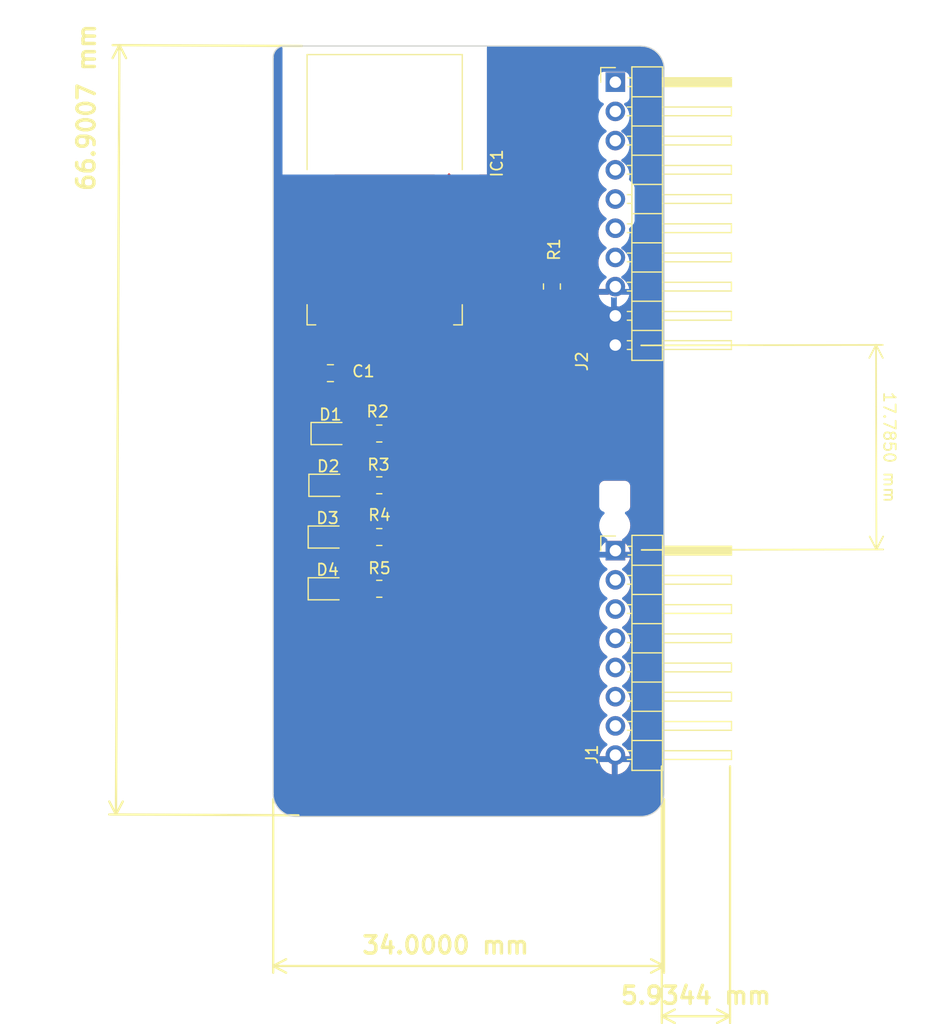
<source format=kicad_pcb>
(kicad_pcb (version 20221018) (generator pcbnew)
  (layers (0 "F.Cu" signal) (31 "B.Cu" signal) (34 "B.Paste" user) (35 "F.Paste" user) (36 "B.SilkS" user "B.Silkscreen") (37 "F.SilkS" user "F.Silkscreen") (38 "B.Mask" user) (39 "F.Mask" user) (44 "Edge.Cuts" user))
  (net 0 "")
  (net 2 "Net-(D1-A)")
  (net 3 "/RSTN")
  (net 5 "+3.3V")
  (net 6 "GND")
  (net 10 "Net-(D2-A)")
  (net 11 "Net-(D3-A)")
  (net 12 "Net-(D4-A)")
  (net 13 "/WKP")
  (net 14 "/CS")
  (net 15 "/MOSI")
  (net 16 "/MISO")
  (net 17 "/CLK")
  (net 18 "/IRQ")
  (net 19 "+5V")
  (net 20 "/LED1")
  (net 21 "/LED2")
  (net 22 "/LED3")
  (net 23 "/LED4")
  (footprint "Resistor_SMD:R_0805_2012Metric" (layer "F.Cu") (at 133.2305 105.7005 180)
    (fp_text reference "R4" (at -0.0155 1.9055) (layer "F.SilkS"))
    (fp_text value "1K")
    (fp_line (start -0.227064 -0.735) (end 0.227064 -0.735) (stroke (width 0.12)) (layer "F.SilkS"))
    (fp_line (start -0.227064 0.735) (end 0.227064 0.735) (stroke (width 0.12)) (layer "F.SilkS"))
    (pad "1" smd roundrect (at -0.9125 0 180) (size 1.025 1.4) (layers "F.Cu" "F.Paste" "F.Mask") (roundrect_rratio 0.243902) (net 22 "/LED3"))
    (pad "2" smd roundrect (at 0.9125 0 180) (size 1.025 1.4) (layers "F.Cu" "F.Paste" "F.Mask") (roundrect_rratio 0.243902) (net 11 "Net-(D3-A)"))
  )
  (footprint "LED_SMD:LED_0805_2012Metric" (layer "F.Cu") (at 128.9805 96.7005)
    (fp_text reference "D1" (at 0 -1.65) (layer "F.SilkS"))
    (fp_text value "LED")
    (fp_line (start -1.685 -0.96) (end -1.685 0.96) (stroke (width 0.12)) (layer "F.SilkS"))
    (fp_line (start -1.685 0.96) (end 1 0.96) (stroke (width 0.12)) (layer "F.SilkS"))
    (fp_line (start 1 -0.96) (end -1.685 -0.96) (stroke (width 0.12)) (layer "F.SilkS"))
    (pad "1" smd roundrect (at -0.9375 0) (size 0.975 1.4) (layers "F.Cu" "F.Paste" "F.Mask") (net 6 "GND"))
    (pad "2" smd roundrect (at 0.9375 0) (size 0.975 1.4) (layers "F.Cu" "F.Paste" "F.Mask") (net 2 "Net-(D1-A)"))
  )
  (footprint "Capacitor_SMD:C_0805_2012Metric" (layer "F.Cu") (at 128.9805 91.4505 180)
    (fp_text reference "C1" (at -2.87 0.16) (layer "F.SilkS"))
    (fp_text value "100uF")
    (fp_line (start -0.261252 -0.735) (end 0.261252 -0.735) (stroke (width 0.12)) (layer "F.SilkS"))
    (fp_line (start -0.261252 0.735) (end 0.261252 0.735) (stroke (width 0.12)) (layer "F.SilkS"))
    (pad "1" smd roundrect (at -0.95 0 180) (size 1 1.45) (layers "F.Cu" "F.Paste" "F.Mask") (net 5 "+3.3V"))
    (pad "2" smd roundrect (at 0.95 0 180) (size 1 1.45) (layers "F.Cu" "F.Paste" "F.Mask") (net 6 "GND"))
  )
  (footprint "LED_SMD:LED_0805_2012Metric" (layer "F.Cu") (at 128.793 101.2005)
    (fp_text reference "D2" (at 0 -1.65) (layer "F.SilkS"))
    (fp_text value "LED")
    (fp_line (start -1.685 -0.96) (end -1.685 0.96) (stroke (width 0.12)) (layer "F.SilkS"))
    (fp_line (start -1.685 0.96) (end 1 0.96) (stroke (width 0.12)) (layer "F.SilkS"))
    (fp_line (start 1 -0.96) (end -1.685 -0.96) (stroke (width 0.12)) (layer "F.SilkS"))
    (pad "1" smd roundrect (at -0.9375 0) (size 0.975 1.4) (layers "F.Cu" "F.Paste" "F.Mask") (net 6 "GND"))
    (pad "2" smd roundrect (at 0.9375 0) (size 0.975 1.4) (layers "F.Cu" "F.Paste" "F.Mask") (net 10 "Net-(D2-A)"))
  )
  (footprint "LED_SMD:LED_0805_2012Metric" (layer "F.Cu") (at 128.7305 110.2005)
    (fp_text reference "D4" (at 0 -1.65) (layer "F.SilkS"))
    (fp_text value "LED")
    (fp_line (start -1.685 -0.96) (end -1.685 0.96) (stroke (width 0.12)) (layer "F.SilkS"))
    (fp_line (start -1.685 0.96) (end 1 0.96) (stroke (width 0.12)) (layer "F.SilkS"))
    (fp_line (start 1 -0.96) (end -1.685 -0.96) (stroke (width 0.12)) (layer "F.SilkS"))
    (pad "1" smd roundrect (at -0.9375 0) (size 0.975 1.4) (layers "F.Cu" "F.Paste" "F.Mask") (net 6 "GND"))
    (pad "2" smd roundrect (at 0.9375 0) (size 0.975 1.4) (layers "F.Cu" "F.Paste" "F.Mask") (net 12 "Net-(D4-A)"))
  )
  (footprint "Resistor_SMD:R_0805_2012Metric" (layer "F.Cu") (at 133.2305 110.2005 180)
    (fp_text reference "R5" (at -0.0155 1.7855) (layer "F.SilkS"))
    (fp_text value "1K")
    (fp_line (start -0.227064 -0.735) (end 0.227064 -0.735) (stroke (width 0.12)) (layer "F.SilkS"))
    (fp_line (start -0.227064 0.735) (end 0.227064 0.735) (stroke (width 0.12)) (layer "F.SilkS"))
    (pad "1" smd roundrect (at -0.9125 0 180) (size 1.025 1.4) (layers "F.Cu" "F.Paste" "F.Mask") (roundrect_rratio 0.243902) (net 23 "/LED4"))
    (pad "2" smd roundrect (at 0.9125 0 180) (size 1.025 1.4) (layers "F.Cu" "F.Paste" "F.Mask") (roundrect_rratio 0.243902) (net 12 "Net-(D4-A)"))
  )
  (footprint "Resistor_SMD:R_0805_2012Metric" (layer "F.Cu") (at 133.2305 96.7005 180)
    (fp_text reference "R2" (at 0.1405 1.9115) (layer "F.SilkS"))
    (fp_text value "1K")
    (fp_line (start -0.227064 -0.735) (end 0.227064 -0.735) (stroke (width 0.12)) (layer "F.SilkS"))
    (fp_line (start -0.227064 0.735) (end 0.227064 0.735) (stroke (width 0.12)) (layer "F.SilkS"))
    (pad "1" smd roundrect (at -0.9125 0 180) (size 1.025 1.4) (layers "F.Cu" "F.Paste" "F.Mask") (roundrect_rratio 0.243902) (net 20 "/LED1"))
    (pad "2" smd roundrect (at 0.9125 0 180) (size 1.025 1.4) (layers "F.Cu" "F.Paste" "F.Mask") (roundrect_rratio 0.243902) (net 2 "Net-(D1-A)"))
  )
  (footprint "Resistor_SMD:R_0805_2012Metric" (layer "F.Cu") (at 148.25 83.9125 -90)
    (fp_text reference "R1" (at -3.2125 -0.19 90) (layer "F.SilkS"))
    (fp_text value "1K")
    (fp_line (start -0.227064 -0.735) (end 0.227064 -0.735) (stroke (width 0.12)) (layer "F.SilkS"))
    (fp_line (start -0.227064 0.735) (end 0.227064 0.735) (stroke (width 0.12)) (layer "F.SilkS"))
    (pad "1" smd roundrect (at -0.9125 0 270) (size 1.025 1.4) (layers "F.Cu" "F.Paste" "F.Mask") (roundrect_rratio 0.243902) (net 18 "/IRQ"))
    (pad "2" smd roundrect (at 0.9125 0 270) (size 1.025 1.4) (layers "F.Cu" "F.Paste" "F.Mask") (roundrect_rratio 0.243902) (net 6 "GND"))
  )
  (footprint "Connector_PinHeader_2.54mm:PinHeader_1x10_P2.54mm_Horizontal" (layer "F.Cu") (at 153.7654 66.1466)
    (fp_text reference "J2" (at -2.906 24.276 90) (layer "F.SilkS"))
    (fp_text value "Conn_01x10_Socket")
    (fp_line (start -1.27 -1.27) (end 0 -1.27) (stroke (width 0.12)) (layer "F.SilkS"))
    (fp_line (start -1.27 0) (end -1.27 -1.27) (stroke (width 0.12)) (layer "F.SilkS"))
    (fp_line (start 1.042929 2.16) (end 1.44 2.16) (stroke (width 0.12)) (layer "F.SilkS"))
    (fp_line (start 1.042929 2.92) (end 1.44 2.92) (stroke (width 0.12)) (layer "F.SilkS"))
    (fp_line (start 1.042929 4.7) (end 1.44 4.7) (stroke (width 0.12)) (layer "F.SilkS"))
    (fp_line (start 1.042929 5.46) (end 1.44 5.46) (stroke (width 0.12)) (layer "F.SilkS"))
    (fp_line (start 1.042929 7.24) (end 1.44 7.24) (stroke (width 0.12)) (layer "F.SilkS"))
    (fp_line (start 1.042929 8) (end 1.44 8) (stroke (width 0.12)) (layer "F.SilkS"))
    (fp_line (start 1.042929 9.78) (end 1.44 9.78) (stroke (width 0.12)) (layer "F.SilkS"))
    (fp_line (start 1.042929 10.54) (end 1.44 10.54) (stroke (width 0.12)) (layer "F.SilkS"))
    (fp_line (start 1.042929 12.32) (end 1.44 12.32) (stroke (width 0.12)) (layer "F.SilkS"))
    (fp_line (start 1.042929 13.08) (end 1.44 13.08) (stroke (width 0.12)) (layer "F.SilkS"))
    (fp_line (start 1.042929 14.86) (end 1.44 14.86) (stroke (width 0.12)) (layer "F.SilkS"))
    (fp_line (start 1.042929 15.62) (end 1.44 15.62) (stroke (width 0.12)) (layer "F.SilkS"))
    (fp_line (start 1.042929 17.4) (end 1.44 17.4) (stroke (width 0.12)) (layer "F.SilkS"))
    (fp_line (start 1.042929 18.16) (end 1.44 18.16) (stroke (width 0.12)) (layer "F.SilkS"))
    (fp_line (start 1.042929 19.94) (end 1.44 19.94) (stroke (width 0.12)) (layer "F.SilkS"))
    (fp_line (start 1.042929 20.7) (end 1.44 20.7) (stroke (width 0.12)) (layer "F.SilkS"))
    (fp_line (start 1.042929 22.48) (end 1.44 22.48) (stroke (width 0.12)) (layer "F.SilkS"))
    (fp_line (start 1.042929 23.24) (end 1.44 23.24) (stroke (width 0.12)) (layer "F.SilkS"))
    (fp_line (start 1.11 -0.38) (end 1.44 -0.38) (stroke (width 0.12)) (layer "F.SilkS"))
    (fp_line (start 1.11 0.38) (end 1.44 0.38) (stroke (width 0.12)) (layer "F.SilkS"))
    (fp_line (start 1.44 -1.33) (end 1.44 24.19) (stroke (width 0.12)) (layer "F.SilkS"))
    (fp_line (start 1.44 1.27) (end 4.1 1.27) (stroke (width 0.12)) (layer "F.SilkS"))
    (fp_line (start 1.44 3.81) (end 4.1 3.81) (stroke (width 0.12)) (layer "F.SilkS"))
    (fp_line (start 1.44 6.35) (end 4.1 6.35) (stroke (width 0.12)) (layer "F.SilkS"))
    (fp_line (start 1.44 8.89) (end 4.1 8.89) (stroke (width 0.12)) (layer "F.SilkS"))
    (fp_line (start 1.44 11.43) (end 4.1 11.43) (stroke (width 0.12)) (layer "F.SilkS"))
    (fp_line (start 1.44 13.97) (end 4.1 13.97) (stroke (width 0.12)) (layer "F.SilkS"))
    (fp_line (start 1.44 16.51) (end 4.1 16.51) (stroke (width 0.12)) (layer "F.SilkS"))
    (fp_line (start 1.44 19.05) (end 4.1 19.05) (stroke (width 0.12)) (layer "F.SilkS"))
    (fp_line (start 1.44 21.59) (end 4.1 21.59) (stroke (width 0.12)) (layer "F.SilkS"))
    (fp_line (start 1.44 24.19) (end 4.1 24.19) (stroke (width 0.12)) (layer "F.SilkS"))
    (fp_line (start 4.1 -1.33) (end 1.44 -1.33) (stroke (width 0.12)) (layer "F.SilkS"))
    (fp_line (start 4.1 -0.38) (end 10.1 -0.38) (stroke (width 0.12)) (layer "F.SilkS"))
    (fp_line (start 4.1 -0.32) (end 10.1 -0.32) (stroke (width 0.12)) (layer "F.SilkS"))
    (fp_line (start 4.1 -0.2) (end 10.1 -0.2) (stroke (width 0.12)) (layer "F.SilkS"))
    (fp_line (start 4.1 -0.08) (end 10.1 -0.08) (stroke (width 0.12)) (layer "F.SilkS"))
    (fp_line (start 4.1 0.04) (end 10.1 0.04) (stroke (width 0.12)) (layer "F.SilkS"))
    (fp_line (start 4.1 0.16) (end 10.1 0.16) (stroke (width 0.12)) (layer "F.SilkS"))
    (fp_line (start 4.1 0.28) (end 10.1 0.28) (stroke (width 0.12)) (layer "F.SilkS"))
    (fp_line (start 4.1 2.16) (end 10.1 2.16) (stroke (width 0.12)) (layer "F.SilkS"))
    (fp_line (start 4.1 4.7) (end 10.1 4.7) (stroke (width 0.12)) (layer "F.SilkS"))
    (fp_line (start 4.1 7.24) (end 10.1 7.24) (stroke (width 0.12)) (layer "F.SilkS"))
    (fp_line (start 4.1 9.78) (end 10.1 9.78) (stroke (width 0.12)) (layer "F.SilkS"))
    (fp_line (start 4.1 12.32) (end 10.1 12.32) (stroke (width 0.12)) (layer "F.SilkS"))
    (fp_line (start 4.1 14.86) (end 10.1 14.86) (stroke (width 0.12)) (layer "F.SilkS"))
    (fp_line (start 4.1 17.4) (end 10.1 17.4) (stroke (width 0.12)) (layer "F.SilkS"))
    (fp_line (start 4.1 19.94) (end 10.1 19.94) (stroke (width 0.12)) (layer "F.SilkS"))
    (fp_line (start 4.1 22.48) (end 10.1 22.48) (stroke (width 0.12)) (layer "F.SilkS"))
    (fp_line (start 4.1 24.19) (end 4.1 -1.33) (stroke (width 0.12)) (layer "F.SilkS"))
    (fp_line (start 10.1 -0.38) (end 10.1 0.38) (stroke (width 0.12)) (layer "F.SilkS"))
    (fp_line (start 10.1 0.38) (end 4.1 0.38) (stroke (width 0.12)) (layer "F.SilkS"))
    (fp_line (start 10.1 2.16) (end 10.1 2.92) (stroke (width 0.12)) (layer "F.SilkS"))
    (fp_line (start 10.1 2.92) (end 4.1 2.92) (stroke (width 0.12)) (layer "F.SilkS"))
    (fp_line (start 10.1 4.7) (end 10.1 5.46) (stroke (width 0.12)) (layer "F.SilkS"))
    (fp_line (start 10.1 5.46) (end 4.1 5.46) (stroke (width 0.12)) (layer "F.SilkS"))
    (fp_line (start 10.1 7.24) (end 10.1 8) (stroke (width 0.12)) (layer "F.SilkS"))
    (fp_line (start 10.1 8) (end 4.1 8) (stroke (width 0.12)) (layer "F.SilkS"))
    (fp_line (start 10.1 9.78) (end 10.1 10.54) (stroke (width 0.12)) (layer "F.SilkS"))
    (fp_line (start 10.1 10.54) (end 4.1 10.54) (stroke (width 0.12)) (layer "F.SilkS"))
    (fp_line (start 10.1 12.32) (end 10.1 13.08) (stroke (width 0.12)) (layer "F.SilkS"))
    (fp_line (start 10.1 13.08) (end 4.1 13.08) (stroke (width 0.12)) (layer "F.SilkS"))
    (fp_line (start 10.1 14.86) (end 10.1 15.62) (stroke (width 0.12)) (layer "F.SilkS"))
    (fp_line (start 10.1 15.62) (end 4.1 15.62) (stroke (width 0.12)) (layer "F.SilkS"))
    (fp_line (start 10.1 17.4) (end 10.1 18.16) (stroke (width 0.12)) (layer "F.SilkS"))
    (fp_line (start 10.1 18.16) (end 4.1 18.16) (stroke (width 0.12)) (layer "F.SilkS"))
    (fp_line (start 10.1 19.94) (end 10.1 20.7) (stroke (width 0.12)) (layer "F.SilkS"))
    (fp_line (start 10.1 20.7) (end 4.1 20.7) (stroke (width 0.12)) (layer "F.SilkS"))
    (fp_line (start 10.1 22.48) (end 10.1 23.24) (stroke (width 0.12)) (layer "F.SilkS"))
    (fp_line (start 10.1 23.24) (end 4.1 23.24) (stroke (width 0.12)) (layer "F.SilkS"))
    (pad "1" thru_hole rect (at 0 0) (size 1.7 1.7) (drill 1) (layers "*.Cu" "*.Mask") (net 6 "GND"))
    (pad "2" thru_hole oval (at 0 2.54) (size 1.7 1.7) (drill 1) (layers "*.Cu" "*.Mask"))
    (pad "3" thru_hole oval (at 0 5.08) (size 1.7 1.7) (drill 1) (layers "*.Cu" "*.Mask"))
    (pad "4" thru_hole oval (at 0 7.62) (size 1.7 1.7) (drill 1) (layers "*.Cu" "*.Mask"))
    (pad "5" thru_hole oval (at 0 10.16) (size 1.7 1.7) (drill 1) (layers "*.Cu" "*.Mask"))
    (pad "6" thru_hole oval (at 0 12.7) (size 1.7 1.7) (drill 1) (layers "*.Cu" "*.Mask"))
    (pad "7" thru_hole oval (at 0 15.24) (size 1.7 1.7) (drill 1) (layers "*.Cu" "*.Mask") (net 13 "/WKP"))
    (pad "8" thru_hole oval (at 0 17.78) (size 1.7 1.7) (drill 1) (layers "*.Cu" "*.Mask") (net 6 "GND"))
    (pad "9" thru_hole oval (at 0 20.32) (size 1.7 1.7) (drill 1) (layers "*.Cu" "*.Mask") (net 3 "/RSTN"))
    (pad "10" thru_hole oval (at 0 22.86) (size 1.7 1.7) (drill 1) (layers "*.Cu" "*.Mask") (net 5 "+3.3V"))
  )
  (footprint "LED_SMD:LED_0805_2012Metric" (layer "F.Cu") (at 128.7305 105.7005)
    (fp_text reference "D3" (at 0 -1.65) (layer "F.SilkS"))
    (fp_text value "LED")
    (fp_line (start -1.685 -0.96) (end -1.685 0.96) (stroke (width 0.12)) (layer "F.SilkS"))
    (fp_line (start -1.685 0.96) (end 1 0.96) (stroke (width 0.12)) (layer "F.SilkS"))
    (fp_line (start 1 -0.96) (end -1.685 -0.96) (stroke (width 0.12)) (layer "F.SilkS"))
    (pad "1" smd roundrect (at -0.9375 0) (size 0.975 1.4) (layers "F.Cu" "F.Paste" "F.Mask") (net 6 "GND"))
    (pad "2" smd roundrect (at 0.9375 0) (size 0.975 1.4) (layers "F.Cu" "F.Paste" "F.Mask") (net 11 "Net-(D3-A)"))
  )
  (footprint "Connector_PinHeader_2.54mm:PinHeader_1x08_P2.54mm_Horizontal" (layer "F.Cu") (at 153.7716 106.8832)
    (fp_text reference "J1" (at -2.0396 17.7232 90) (layer "F.SilkS"))
    (fp_text value "Conn_01x08_Socket")
    (fp_line (start -1.27 -1.27) (end 0 -1.27) (stroke (width 0.12)) (layer "F.SilkS"))
    (fp_line (start -1.27 0) (end -1.27 -1.27) (stroke (width 0.12)) (layer "F.SilkS"))
    (fp_line (start 1.042929 2.16) (end 1.44 2.16) (stroke (width 0.12)) (layer "F.SilkS"))
    (fp_line (start 1.042929 2.92) (end 1.44 2.92) (stroke (width 0.12)) (layer "F.SilkS"))
    (fp_line (start 1.042929 4.7) (end 1.44 4.7) (stroke (width 0.12)) (layer "F.SilkS"))
    (fp_line (start 1.042929 5.46) (end 1.44 5.46) (stroke (width 0.12)) (layer "F.SilkS"))
    (fp_line (start 1.042929 7.24) (end 1.44 7.24) (stroke (width 0.12)) (layer "F.SilkS"))
    (fp_line (start 1.042929 8) (end 1.44 8) (stroke (width 0.12)) (layer "F.SilkS"))
    (fp_line (start 1.042929 9.78) (end 1.44 9.78) (stroke (width 0.12)) (layer "F.SilkS"))
    (fp_line (start 1.042929 10.54) (end 1.44 10.54) (stroke (width 0.12)) (layer "F.SilkS"))
    (fp_line (start 1.042929 12.32) (end 1.44 12.32) (stroke (width 0.12)) (layer "F.SilkS"))
    (fp_line (start 1.042929 13.08) (end 1.44 13.08) (stroke (width 0.12)) (layer "F.SilkS"))
    (fp_line (start 1.042929 14.86) (end 1.44 14.86) (stroke (width 0.12)) (layer "F.SilkS"))
    (fp_line (start 1.042929 15.62) (end 1.44 15.62) (stroke (width 0.12)) (layer "F.SilkS"))
    (fp_line (start 1.042929 17.4) (end 1.44 17.4) (stroke (width 0.12)) (layer "F.SilkS"))
    (fp_line (start 1.042929 18.16) (end 1.44 18.16) (stroke (width 0.12)) (layer "F.SilkS"))
    (fp_line (start 1.11 -0.38) (end 1.44 -0.38) (stroke (width 0.12)) (layer "F.SilkS"))
    (fp_line (start 1.11 0.38) (end 1.44 0.38) (stroke (width 0.12)) (layer "F.SilkS"))
    (fp_line (start 1.44 -1.33) (end 1.44 19.11) (stroke (width 0.12)) (layer "F.SilkS"))
    (fp_line (start 1.44 1.27) (end 4.1 1.27) (stroke (width 0.12)) (layer "F.SilkS"))
    (fp_line (start 1.44 3.81) (end 4.1 3.81) (stroke (width 0.12)) (layer "F.SilkS"))
    (fp_line (start 1.44 6.35) (end 4.1 6.35) (stroke (width 0.12)) (layer "F.SilkS"))
    (fp_line (start 1.44 8.89) (end 4.1 8.89) (stroke (width 0.12)) (layer "F.SilkS"))
    (fp_line (start 1.44 11.43) (end 4.1 11.43) (stroke (width 0.12)) (layer "F.SilkS"))
    (fp_line (start 1.44 13.97) (end 4.1 13.97) (stroke (width 0.12)) (layer "F.SilkS"))
    (fp_line (start 1.44 16.51) (end 4.1 16.51) (stroke (width 0.12)) (layer "F.SilkS"))
    (fp_line (start 1.44 19.11) (end 4.1 19.11) (stroke (width 0.12)) (layer "F.SilkS"))
    (fp_line (start 4.1 -1.33) (end 1.44 -1.33) (stroke (width 0.12)) (layer "F.SilkS"))
    (fp_line (start 4.1 -0.38) (end 10.1 -0.38) (stroke (width 0.12)) (layer "F.SilkS"))
    (fp_line (start 4.1 -0.32) (end 10.1 -0.32) (stroke (width 0.12)) (layer "F.SilkS"))
    (fp_line (start 4.1 -0.2) (end 10.1 -0.2) (stroke (width 0.12)) (layer "F.SilkS"))
    (fp_line (start 4.1 -0.08) (end 10.1 -0.08) (stroke (width 0.12)) (layer "F.SilkS"))
    (fp_line (start 4.1 0.04) (end 10.1 0.04) (stroke (width 0.12)) (layer "F.SilkS"))
    (fp_line (start 4.1 0.16) (end 10.1 0.16) (stroke (width 0.12)) (layer "F.SilkS"))
    (fp_line (start 4.1 0.28) (end 10.1 0.28) (stroke (width 0.12)) (layer "F.SilkS"))
    (fp_line (start 4.1 2.16) (end 10.1 2.16) (stroke (width 0.12)) (layer "F.SilkS"))
    (fp_line (start 4.1 4.7) (end 10.1 4.7) (stroke (width 0.12)) (layer "F.SilkS"))
    (fp_line (start 4.1 7.24) (end 10.1 7.24) (stroke (width 0.12)) (layer "F.SilkS"))
    (fp_line (start 4.1 9.78) (end 10.1 9.78) (stroke (width 0.12)) (layer "F.SilkS"))
    (fp_line (start 4.1 12.32) (end 10.1 12.32) (stroke (width 0.12)) (layer "F.SilkS"))
    (fp_line (start 4.1 14.86) (end 10.1 14.86) (stroke (width 0.12)) (layer "F.SilkS"))
    (fp_line (start 4.1 17.4) (end 10.1 17.4) (stroke (width 0.12)) (layer "F.SilkS"))
    (fp_line (start 4.1 19.11) (end 4.1 -1.33) (stroke (width 0.12)) (layer "F.SilkS"))
    (fp_line (start 10.1 -0.38) (end 10.1 0.38) (stroke (width 0.12)) (layer "F.SilkS"))
    (fp_line (start 10.1 0.38) (end 4.1 0.38) (stroke (width 0.12)) (layer "F.SilkS"))
    (fp_line (start 10.1 2.16) (end 10.1 2.92) (stroke (width 0.12)) (layer "F.SilkS"))
    (fp_line (start 10.1 2.92) (end 4.1 2.92) (stroke (width 0.12)) (layer "F.SilkS"))
    (fp_line (start 10.1 4.7) (end 10.1 5.46) (stroke (width 0.12)) (layer "F.SilkS"))
    (fp_line (start 10.1 5.46) (end 4.1 5.46) (stroke (width 0.12)) (layer "F.SilkS"))
    (fp_line (start 10.1 7.24) (end 10.1 8) (stroke (width 0.12)) (layer "F.SilkS"))
    (fp_line (start 10.1 8) (end 4.1 8) (stroke (width 0.12)) (layer "F.SilkS"))
    (fp_line (start 10.1 9.78) (end 10.1 10.54) (stroke (width 0.12)) (layer "F.SilkS"))
    (fp_line (start 10.1 10.54) (end 4.1 10.54) (stroke (width 0.12)) (layer "F.SilkS"))
    (fp_line (start 10.1 12.32) (end 10.1 13.08) (stroke (width 0.12)) (layer "F.SilkS"))
    (fp_line (start 10.1 13.08) (end 4.1 13.08) (stroke (width 0.12)) (layer "F.SilkS"))
    (fp_line (start 10.1 14.86) (end 10.1 15.62) (stroke (width 0.12)) (layer "F.SilkS"))
    (fp_line (start 10.1 15.62) (end 4.1 15.62) (stroke (width 0.12)) (layer "F.SilkS"))
    (fp_line (start 10.1 17.4) (end 10.1 18.16) (stroke (width 0.12)) (layer "F.SilkS"))
    (fp_line (start 10.1 18.16) (end 4.1 18.16) (stroke (width 0.12)) (layer "F.SilkS"))
    (pad "1" thru_hole rect (at 0 0) (size 1.7 1.7) (drill 1) (layers "*.Cu" "*.Mask") (net 6 "GND"))
    (pad "2" thru_hole oval (at 0 2.54) (size 1.7 1.7) (drill 1) (layers "*.Cu" "*.Mask") (net 18 "/IRQ"))
    (pad "3" thru_hole oval (at 0 5.08) (size 1.7 1.7) (drill 1) (layers "*.Cu" "*.Mask"))
    (pad "4" thru_hole oval (at 0 7.62) (size 1.7 1.7) (drill 1) (layers "*.Cu" "*.Mask") (net 17 "/CLK"))
    (pad "5" thru_hole oval (at 0 10.16) (size 1.7 1.7) (drill 1) (layers "*.Cu" "*.Mask") (net 14 "/CS"))
    (pad "6" thru_hole oval (at 0 12.7) (size 1.7 1.7) (drill 1) (layers "*.Cu" "*.Mask") (net 16 "/MISO"))
    (pad "7" thru_hole oval (at 0 15.24) (size 1.7 1.7) (drill 1) (layers "*.Cu" "*.Mask") (net 15 "/MOSI"))
    (pad "8" thru_hole oval (at 0 17.78) (size 1.7 1.7) (drill 1) (layers "*.Cu" "*.Mask") (net 19 "+5V"))
  )
  (footprint "RF_Module:DWM1000" (layer "F.Cu") (at 133.7 75.4988)
    (fp_text reference "IC1" (at 9.761 -2.2958 90) (layer "F.SilkS"))
    (fp_text value "DWM1000")
    (fp_line (start -6.75 -11.75) (end -6.75 -1.75) (stroke (width 0.12)) (layer "F.SilkS"))
    (fp_line (start -6.75 -11.75) (end 6.75 -11.75) (stroke (width 0.12)) (layer "F.SilkS"))
    (fp_line (start -6.75 11.75) (end -6.75 10) (stroke (width 0.12)) (layer "F.SilkS"))
    (fp_line (start -6 11.75) (end -6.75 11.75) (stroke (width 0.12)) (layer "F.SilkS"))
    (fp_line (start 6 11.75) (end 6.75 11.75) (stroke (width 0.12)) (layer "F.SilkS"))
    (fp_line (start 6.75 -11.75) (end 6.75 -1.75) (stroke (width 0.12)) (layer "F.SilkS"))
    (fp_line (start 6.75 11.75) (end 6.75 10) (stroke (width 0.12)) (layer "F.SilkS"))
    (pad "1" smd rect (at -6.3 -0.7988 90) (size 1 2.45) (layers "F.Cu" "F.Paste" "F.Mask"))
    (pad "2" smd rect (at -6.3 0.6012 90) (size 1 2.45) (layers "F.Cu" "F.Paste" "F.Mask") (net 13 "/WKP"))
    (pad "3" smd rect (at -6.3 2.0012 90) (size 1 2.45) (layers "F.Cu" "F.Paste" "F.Mask") (net 3 "/RSTN"))
    (pad "4" smd rect (at -6.3 3.4012 90) (size 1 2.45) (layers "F.Cu" "F.Paste" "F.Mask"))
    (pad "5" smd rect (at -6.3 4.8012 90) (size 1 2.45) (layers "F.Cu" "F.Paste" "F.Mask") (net 5 "+3.3V"))
    (pad "6" smd rect (at -6.3 6.2012 90) (size 1 2.45) (layers "F.Cu" "F.Paste" "F.Mask") (net 5 "+3.3V"))
    (pad "7" smd rect (at -6.3 7.6012 90) (size 1 2.45) (layers "F.Cu" "F.Paste" "F.Mask") (net 5 "+3.3V"))
    (pad "8" smd rect (at -6.3 9.0012 90) (size 1 2.45) (layers "F.Cu" "F.Paste" "F.Mask") (net 6 "GND"))
    (pad "9" smd rect (at -4.9 11.2962) (size 1 2.45) (layers "F.Cu" "F.Paste" "F.Mask"))
    (pad "10" smd rect (at -3.5 11.2962) (size 1 2.45) (layers "F.Cu" "F.Paste" "F.Mask"))
    (pad "11" smd rect (at -2.1 11.2962) (size 1 2.45) (layers "F.Cu" "F.Paste" "F.Mask"))
    (pad "12" smd rect (at -0.7 11.2962) (size 1 2.45) (layers "F.Cu" "F.Paste" "F.Mask") (net 20 "/LED1"))
    (pad "13" smd rect (at 0.7 11.2962) (size 1 2.45) (layers "F.Cu" "F.Paste" "F.Mask") (net 21 "/LED2"))
    (pad "14" smd rect (at 2.1 11.2962) (size 1 2.45) (layers "F.Cu" "F.Paste" "F.Mask") (net 22 "/LED3"))
    (pad "15" smd rect (at 3.5 11.2962) (size 1 2.45) (layers "F.Cu" "F.Paste" "F.Mask") (net 23 "/LED4"))
    (pad "16" smd rect (at 4.9 11.2962) (size 1 2.45) (layers "F.Cu" "F.Paste" "F.Mask") (net 6 "GND"))
    (pad "17" smd rect (at 6.3 9 90) (size 1 2.45) (layers "F.Cu" "F.Paste" "F.Mask") (net 14 "/CS"))
    (pad "18" smd rect (at 6.3 7.6 90) (size 1 2.45) (layers "F.Cu" "F.Paste" "F.Mask") (net 15 "/MOSI"))
    (pad "19" smd rect (at 6.3 6.2012 90) (size 1 2.45) (layers "F.Cu" "F.Paste" "F.Mask") (net 16 "/MISO"))
    (pad "20" smd rect (at 6.3 4.8012 90) (size 1 2.45) (layers "F.Cu" "F.Paste" "F.Mask") (net 17 "/CLK"))
    (pad "21" smd rect (at 6.3 3.4012 90) (size 1 2.45) (layers "F.Cu" "F.Paste" "F.Mask") (net 6 "GND"))
    (pad "22" smd rect (at 6.3 2.0012 90) (size 1 2.45) (layers "F.Cu" "F.Paste" "F.Mask") (net 18 "/IRQ"))
    (pad "23" smd rect (at 6.3 0.6012 90) (size 1 2.45) (layers "F.Cu" "F.Paste" "F.Mask") (net 6 "GND"))
    (pad "24" smd rect (at 6.3 -0.7988 90) (size 1 2.45) (layers "F.Cu" "F.Paste" "F.Mask") (net 6 "GND"))
    (zone (net 0) (net_name "") (layers "*.Cu") (connect_pads (clearance 0)) (min_thickness 0.254)
      (keepout (tracks not_allowed) (vias not_allowed) (pads not_allowed) (copperpour not_allowed) (footprints not_allowed))
      (fill (thermal_gap 0.508) (thermal_bridge_width 0.508))
      (polygon (pts (xy 124.81 74.1788) (xy 142.59 74.1788) (xy 142.59 62.7988) (xy 124.81 62.7988)))
    )
  )
  (footprint "Resistor_SMD:R_0805_2012Metric" (layer "F.Cu") (at 133.2305 101.2005 180)
    (fp_text reference "R3" (at 0.0625 1.7905) (layer "F.SilkS"))
    (fp_text value "1K")
    (fp_line (start -0.227064 -0.735) (end 0.227064 -0.735) (stroke (width 0.12)) (layer "F.SilkS"))
    (fp_line (start -0.227064 0.735) (end 0.227064 0.735) (stroke (width 0.12)) (layer "F.SilkS"))
    (pad "1" smd roundrect (at -0.9125 0 180) (size 1.025 1.4) (layers "F.Cu" "F.Paste" "F.Mask") (roundrect_rratio 0.243902) (net 21 "/LED2"))
    (pad "2" smd roundrect (at 0.9125 0 180) (size 1.025 1.4) (layers "F.Cu" "F.Paste" "F.Mask") (roundrect_rratio 0.243902) (net 10 "Net-(D2-A)"))
  )
  (gr_line (start 158 65) (end 158 128) (stroke (width 0.1)) (layer "Edge.Cuts"))
  (gr_arc (start 156.014986 63.015814) (mid 157.4292 63.6016) (end 158.014986 65.015814) (stroke (width 0.1)) (layer "Edge.Cuts"))
  (gr_arc (start 126 130) (mid 124.585786 129.414214) (end 124 128) (stroke (width 0.1)) (layer "Edge.Cuts"))
  (gr_arc (start 158 128) (mid 157.414214 129.414214) (end 156 130) (stroke (width 0.1)) (layer "Edge.Cuts"))
  (gr_arc (start 124 64) (mid 124.292893 63.292893) (end 125 63) (stroke (width 0.1)) (layer "Edge.Cuts"))
  (gr_line (start 156 130) (end 126 130) (stroke (width 0.1)) (layer "Edge.Cuts"))
  (gr_line (start 124 128) (end 124 64) (stroke (width 0.1)) (layer "Edge.Cuts"))
  (gr_line (start 125 63) (end 156 63) (stroke (width 0.1)) (layer "Edge.Cuts"))
  (dimension (type aligned) (layer "F.SilkS") (pts (xy 127 63) (xy 126.7 129.9)) (height 16.376324) (gr_text "2633.8847 mils" (at 107.75 68.35 89.74306998) (layer "F.SilkS") (effects (font (size 1.5 1.5) (thickness 0.3)))) (format (prefix "") (suffix "") (units 3) (units_format 1) (precision 4)) (style (thickness 0.2) (arrow_length 1.27) (text_position_mode 2) (extension_height 0.58642) (extension_offset 0.5) keep_text_aligned))
  (dimension (type aligned) (layer "F.SilkS") (pts (xy 124 128) (xy 158 128)) (height 15) (gr_text "1338.5827 mils" (at 139 141.2) (layer "F.SilkS") (effects (font (size 1.5 1.5) (thickness 0.3)))) (format (prefix "") (suffix "") (units 3) (units_format 1) (precision 4)) (style (thickness 0.2) (arrow_length 1.27) (text_position_mode 2) (extension_height 0.58642) (extension_offset 0.5) keep_text_aligned))
  (dimension (type aligned) (layer "F.SilkS") (pts (xy 155.518914 89.03778) (xy 155.553914 106.82278)) (height -20.925327) (gr_text "700.1982 mils" (at 177.611698 97.886837 270.1127551) (layer "F.SilkS") (effects (font (size 1 1) (thickness 0.15)))) (format (prefix "") (suffix "") (units 3) (units_format 1) (precision 4)) (style (thickness 0.15) (arrow_length 1.27) (text_position_mode 0) (extension_height 0.58642) (extension_offset 0.5) keep_text_aligned))
  (dimension (type aligned) (layer "F.SilkS") (pts (xy 157.8102 125.1458) (xy 163.7446 125.1458)) (height 22.225) (gr_text "233.6378 mils" (at 160.7774 145.5708) (layer "F.SilkS") (effects (font (size 1.5 1.5) (thickness 0.3)))) (format (prefix "") (suffix "") (units 3) (units_format 1) (precision 4)) (style (thickness 0.2) (arrow_length 1.27) (text_position_mode 0) (extension_height 0.58642) (extension_offset 0.5) keep_text_aligned))
  (segment (start 129.918 96.7005) (end 132.318 96.7005) (width 0.25) (layer "F.Cu") (net 2))
  (segment (start 126.425 83.1) (end 127.4 83.1) (width 0.5) (layer "F.Cu") (net 5))
  (segment (start 129.9305 89.6405) (end 129.25 88.96) (width 0.5) (layer "F.Cu") (net 5))
  (segment (start 127.4 80.3) (end 127.4 81.7) (width 0.5) (layer "F.Cu") (net 5))
  (segment (start 125.85 85.54) (end 125.85 83.675) (width 0.5) (layer "F.Cu") (net 5))
  (segment (start 125.85 83.675) (end 126.425 83.1) (width 0.5) (layer "F.Cu") (net 5))
  (segment (start 129.9305 91.4505) (end 129.9305 89.6405) (width 0.5) (layer "F.Cu") (net 5))
  (segment (start 126.5158 88.2158) (end 125.9 87.6) (width 0.5) (layer "F.Cu") (net 5))
  (segment (start 125.9 85.59) (end 125.85 85.54) (width 0.5) (layer "F.Cu") (net 5))
  (segment (start 129.25 88.96) (end 127.26 88.96) (width 0.5) (layer "F.Cu") (net 5))
  (segment (start 127.4 81.7) (end 127.4 83.1) (width 0.5) (layer "F.Cu") (net 5))
  (segment (start 125.9 87.6) (end 125.9 85.59) (width 0.5) (layer "F.Cu") (net 5))
  (segment (start 127.26 88.96) (end 126.5158 88.2158) (width 0.5) (layer "F.Cu") (net 5))
  (segment (start 150.028 85.3838) (end 150.4742 84.9376) (width 0.25) (layer "F.Cu") (net 6))
  (segment (start 127.8555 101.2005) (end 127.8555 105.638) (width 0.5) (layer "F.Cu") (net 6))
  (segment (start 128.043 96.7005) (end 128.0305 96.688) (width 0.25) (layer "F.Cu") (net 6))
  (segment (start 139.3 74.2012) (end 139.3 75.6012) (width 0.25) (layer "F.Cu") (net 6))
  (segment (start 127.8555 105.638) (end 127.793 105.7005) (width 0.25) (layer "F.Cu") (net 6))
  (segment (start 127.793 110.2005) (end 127.793 105.7005) (width 0.5) (layer "F.Cu") (net 6))
  (segment (start 128.0305 96.688) (end 128.0305 91.4505) (width 0.5) (layer "F.Cu") (net 6))
  (segment (start 127.8555 96.863) (end 127.8555 101.2005) (width 0.5) (layer "F.Cu") (net 6))
  (segment (start 128.0305 96.688) (end 127.8555 96.863) (width 0.25) (layer "F.Cu") (net 6))
  (segment (start 129.7305 101.2005) (end 132.318 101.2005) (width 0.25) (layer "F.Cu") (net 10))
  (segment (start 129.668 105.7005) (end 132.318 105.7005) (width 0.25) (layer "F.Cu") (net 11))
  (segment (start 129.668 110.2005) (end 132.318 110.2005) (width 0.25) (layer "F.Cu") (net 12))
  (segment (start 133 95.5575) (end 133 86.795) (width 0.25) (layer "F.Cu") (net 20))
  (segment (start 134.143 96.7005) (end 134.4805 96.363) (width 0.25) (layer "F.Cu") (net 20))
  (segment (start 134.143 96.7005) (end 133 95.5575) (width 0.25) (layer "F.Cu") (net 20))
  (segment (start 134.9805 88.8505) (end 134.4 88.27) (width 0.25) (layer "F.Cu") (net 21))
  (segment (start 134.4 88.27) (end 134.4 86.795) (width 0.25) (layer "F.Cu") (net 21))
  (segment (start 134.9805 100.363) (end 134.9805 88.8505) (width 0.25) (layer "F.Cu") (net 21))
  (segment (start 134.143 101.2005) (end 134.9805 100.363) (width 0.25) (layer "F.Cu") (net 21))
  (segment (start 135.8 104.0435) (end 134.143 105.7005) (width 0.25) (layer "F.Cu") (net 22))
  (segment (start 135.8 86.795) (end 135.8 104.0435) (width 0.25) (layer "F.Cu") (net 22))
  (segment (start 137.2 107.1435) (end 137.2 86.795) (width 0.25) (layer "F.Cu") (net 23))
  (segment (start 134.143 110.2005) (end 137.2 107.1435) (width 0.25) (layer "F.Cu") (net 23))
  (zone (net 6) (net_name "GND") (layer "F.Cu") (connect_pads (clearance 0.5)) (min_thickness 0.5) (fill yes (thermal_gap 0.5) (thermal_bridge_width 0.5))
    (polygon (pts (xy 121 59) (xy 162 59) (xy 162 134) (xy 121 134)))
  )
  (zone (net 6) (net_name "GND") (layer "B.Cu") (priority 1) (connect_pads (clearance 0.5)) (min_thickness 0.25) (fill yes (thermal_gap 0.5) (thermal_bridge_width 0.5))
    (polygon (pts (xy 121 134) (xy 162 134) (xy 162 59) (xy 121 59)))
  )
)
</source>
